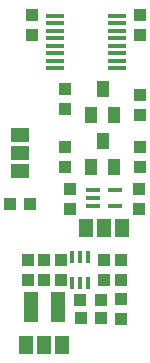
<source format=gtp>
G04 EAGLE Gerber X2 export*
%TF.Part,Single*%
%TF.FileFunction,Paste,Top*%
%TF.FilePolarity,Positive*%
%TF.GenerationSoftware,Autodesk,EAGLE,9.0.0*%
%TF.CreationDate,2018-06-07T14:32:50Z*%
G75*
%MOMM*%
%FSLAX34Y34*%
%LPD*%
%AMOC8*
5,1,8,0,0,1.08239X$1,22.5*%
G01*
%ADD10R,1.100000X1.000000*%
%ADD11R,1.190000X0.400000*%
%ADD12R,1.000000X1.100000*%
%ADD13R,1.000000X1.400000*%
%ADD14R,1.168400X1.600200*%
%ADD15R,1.600200X0.355600*%
%ADD16R,0.300000X1.000000*%
%ADD17R,1.050000X1.080000*%
%ADD18R,1.080000X1.050000*%
%ADD19R,1.200000X2.540000*%
%ADD20R,1.600200X1.168400*%


D10*
X176530Y242960D03*
X176530Y259960D03*
X176530Y198510D03*
X176530Y215510D03*
D11*
X136450Y179220D03*
X136450Y172720D03*
X136450Y166220D03*
X155650Y166220D03*
X155650Y179220D03*
D12*
X116840Y162950D03*
X116840Y179950D03*
D10*
X113030Y248040D03*
X113030Y265040D03*
X113030Y215510D03*
X113030Y198510D03*
D13*
X144780Y265000D03*
X154280Y243000D03*
X135280Y243000D03*
X144780Y220550D03*
X154280Y198550D03*
X135280Y198550D03*
D12*
X175260Y179950D03*
X175260Y162950D03*
D14*
X161290Y147320D03*
X146050Y147320D03*
X130810Y147320D03*
D15*
X104267Y327025D03*
X104267Y320675D03*
X104267Y314325D03*
X104267Y307975D03*
X104267Y301625D03*
X104267Y295275D03*
X104267Y288925D03*
X104267Y282575D03*
X157353Y282575D03*
X157353Y288925D03*
X157353Y295275D03*
X157353Y301625D03*
X157353Y307975D03*
X157353Y314325D03*
X157353Y320675D03*
X157353Y327025D03*
D12*
X176530Y327270D03*
X176530Y310270D03*
X85090Y327270D03*
X85090Y310270D03*
D16*
X119130Y122660D03*
X125730Y122660D03*
X132330Y122660D03*
X119130Y100860D03*
X125730Y100860D03*
X132330Y100860D03*
D17*
X125870Y86360D03*
X143370Y86360D03*
D10*
X160020Y103260D03*
X160020Y120260D03*
X146050Y103260D03*
X146050Y120260D03*
D18*
X81280Y103010D03*
X81280Y120510D03*
D19*
X83820Y80010D03*
X106680Y80010D03*
D18*
X95250Y120510D03*
X95250Y103010D03*
X109220Y103010D03*
X109220Y120510D03*
D14*
X110490Y48260D03*
X95250Y48260D03*
X80010Y48260D03*
D10*
X160020Y87240D03*
X160020Y70240D03*
D12*
X143120Y71120D03*
X126120Y71120D03*
D20*
X74930Y226060D03*
X74930Y210820D03*
X74930Y195580D03*
D17*
X83680Y167640D03*
X66180Y167640D03*
M02*

</source>
